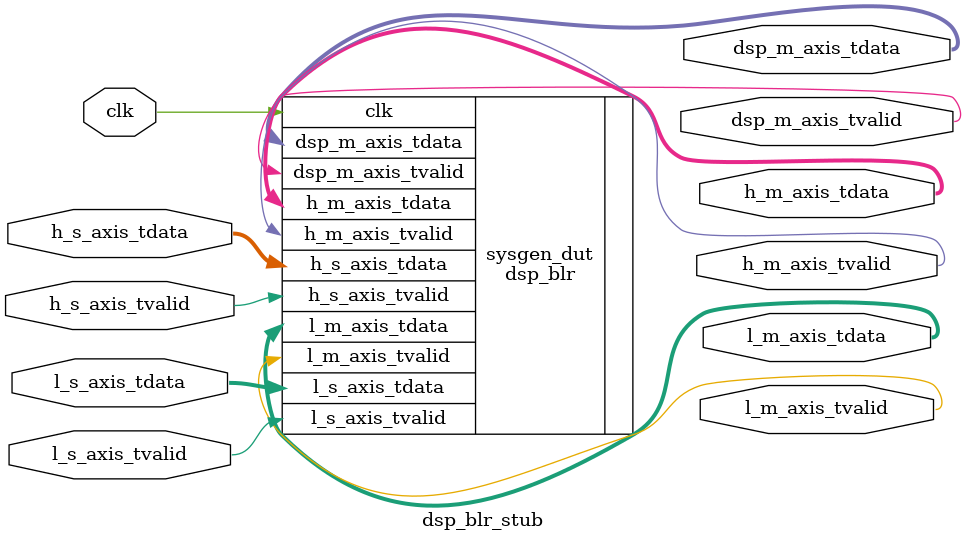
<source format=v>
`timescale 1 ns / 10 ps
module dsp_blr_stub (
  input [128-1:0] h_s_axis_tdata,
  input [1-1:0] h_s_axis_tvalid,
  input [32-1:0] l_s_axis_tdata,
  input [1-1:0] l_s_axis_tvalid,
  input clk,
  output [160-1:0] dsp_m_axis_tdata,
  output [1-1:0] dsp_m_axis_tvalid,
  output [128-1:0] h_m_axis_tdata,
  output [1-1:0] h_m_axis_tvalid,
  output [32-1:0] l_m_axis_tdata,
  output [1-1:0] l_m_axis_tvalid
);
  dsp_blr sysgen_dut (
    .h_s_axis_tdata(h_s_axis_tdata),
    .h_s_axis_tvalid(h_s_axis_tvalid),
    .l_s_axis_tdata(l_s_axis_tdata),
    .l_s_axis_tvalid(l_s_axis_tvalid),
    .clk(clk),
    .dsp_m_axis_tdata(dsp_m_axis_tdata),
    .dsp_m_axis_tvalid(dsp_m_axis_tvalid),
    .h_m_axis_tdata(h_m_axis_tdata),
    .h_m_axis_tvalid(h_m_axis_tvalid),
    .l_m_axis_tdata(l_m_axis_tdata),
    .l_m_axis_tvalid(l_m_axis_tvalid)
  );
endmodule

</source>
